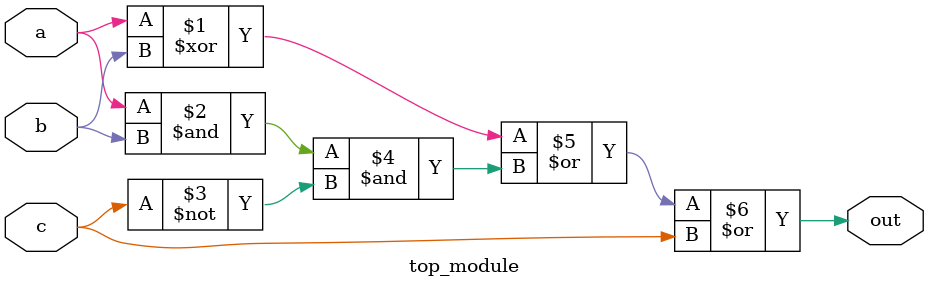
<source format=v>
module top_module(
    input a,
    input b,
    input c,
    output out  );
    assign out = (a^b) | (a&b&(~c)) | c;
endmodule

</source>
